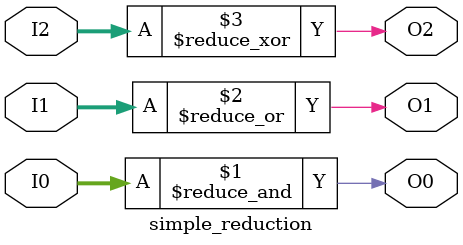
<source format=v>
module simple_reduction(	// <stdin>:1:1
  input  [7:0] I0, I1, I2,
  output       O0, O1, O2);

  assign O0 = &I0;	// <stdin>:3:10, :7:5
  assign O1 = |I1;	// <stdin>:5:10, :7:5
  assign O2 = ^I2;	// <stdin>:6:10, :7:5
endmodule


</source>
